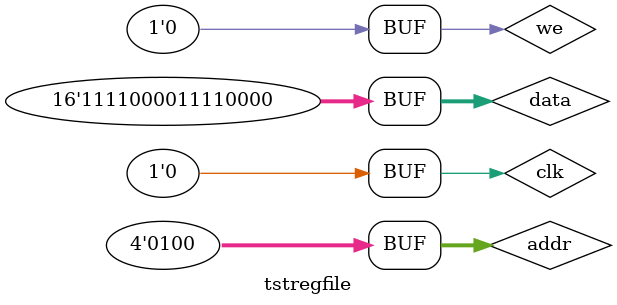
<source format=v>
module tstregfile;

	// Inputs
	reg clk;
	reg we;
	reg [15:0] data;
	reg [3:0] addr;

	// Outputs
	wire [15:0] value;

	// Instantiate the Unit Under Test (UUT)
	reg_file uut (
		.clk(clk), 
		.we(we), 
		.data(data), 
		.addr(addr), 
		.value(value)
	);

	initial begin
		// Initialize Inputs
		clk = 0;
		we = 0;
		data = 0;
		addr = 0;

		// Wait 100 ns for global reset to finish
		#100;
        
        addr = 4;
        data = 16'hF0F0;
        we = 1;
        clk = 1; #5;
        clk = 0; #5;
        
        we = 0;
        addr = 3;
        clk = 1; #5;
        clk = 0; #5;
        
        addr = 4;
        clk = 1; #5;
        clk = 0; #5;
        
	end
      
endmodule


</source>
